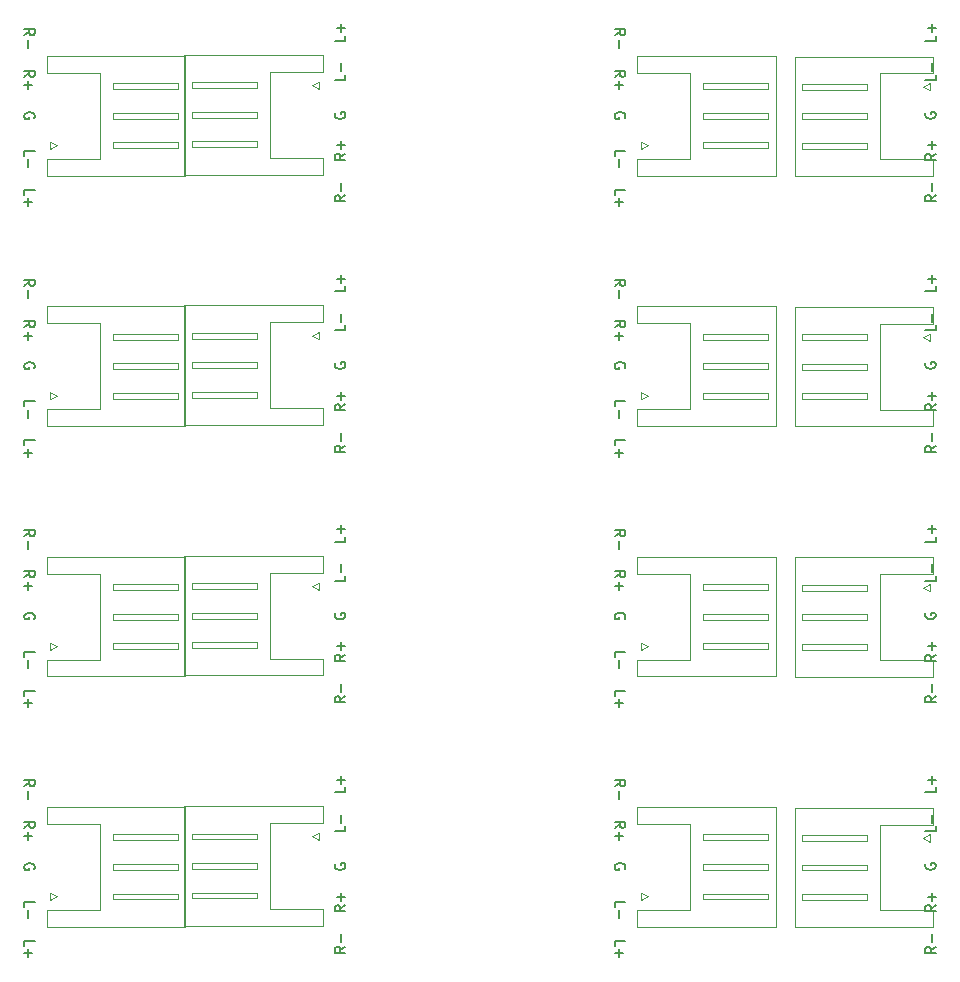
<source format=gto>
G04 #@! TF.GenerationSoftware,KiCad,Pcbnew,(5.1.0)-1*
G04 #@! TF.CreationDate,2019-06-08T19:04:15-04:00*
G04 #@! TF.ProjectId,input+output_panel,696e7075-742b-46f7-9574-7075745f7061,0.1*
G04 #@! TF.SameCoordinates,Original*
G04 #@! TF.FileFunction,Legend,Top*
G04 #@! TF.FilePolarity,Positive*
%FSLAX46Y46*%
G04 Gerber Fmt 4.6, Leading zero omitted, Abs format (unit mm)*
G04 Created by KiCad (PCBNEW (5.1.0)-1) date 2019-06-08 19:04:15*
%MOMM*%
%LPD*%
G04 APERTURE LIST*
%ADD10C,0.203200*%
%ADD11C,0.120000*%
G04 APERTURE END LIST*
D10*
X176054500Y-50086166D02*
X176012166Y-50170833D01*
X176012166Y-50297833D01*
X176054500Y-50424833D01*
X176139166Y-50509500D01*
X176223833Y-50551833D01*
X176393166Y-50594166D01*
X176520166Y-50594166D01*
X176689500Y-50551833D01*
X176774166Y-50509500D01*
X176858833Y-50424833D01*
X176901166Y-50297833D01*
X176901166Y-50213166D01*
X176858833Y-50086166D01*
X176816500Y-50043833D01*
X176520166Y-50043833D01*
X176520166Y-50213166D01*
X176901166Y-53594166D02*
X176477833Y-53890500D01*
X176901166Y-54102166D02*
X176012166Y-54102166D01*
X176012166Y-53763500D01*
X176054500Y-53678833D01*
X176096833Y-53636500D01*
X176181500Y-53594166D01*
X176308500Y-53594166D01*
X176393166Y-53636500D01*
X176435500Y-53678833D01*
X176477833Y-53763500D01*
X176477833Y-54102166D01*
X176562500Y-53213166D02*
X176562500Y-52535833D01*
X176901166Y-52874500D02*
X176223833Y-52874500D01*
X149696833Y-47043833D02*
X150120166Y-46747500D01*
X149696833Y-46535833D02*
X150585833Y-46535833D01*
X150585833Y-46874500D01*
X150543500Y-46959166D01*
X150501166Y-47001500D01*
X150416500Y-47043833D01*
X150289500Y-47043833D01*
X150204833Y-47001500D01*
X150162500Y-46959166D01*
X150120166Y-46874500D01*
X150120166Y-46535833D01*
X150035500Y-47424833D02*
X150035500Y-48102166D01*
X149696833Y-47763500D02*
X150374166Y-47763500D01*
X150543500Y-50551833D02*
X150585833Y-50467166D01*
X150585833Y-50340166D01*
X150543500Y-50213166D01*
X150458833Y-50128500D01*
X150374166Y-50086166D01*
X150204833Y-50043833D01*
X150077833Y-50043833D01*
X149908500Y-50086166D01*
X149823833Y-50128500D01*
X149739166Y-50213166D01*
X149696833Y-50340166D01*
X149696833Y-50424833D01*
X149739166Y-50551833D01*
X149781500Y-50594166D01*
X150077833Y-50594166D01*
X150077833Y-50424833D01*
X176901166Y-43594166D02*
X176901166Y-44017500D01*
X176012166Y-44017500D01*
X176562500Y-43297833D02*
X176562500Y-42620500D01*
X176901166Y-42959166D02*
X176223833Y-42959166D01*
X176901166Y-46894166D02*
X176901166Y-47317500D01*
X176012166Y-47317500D01*
X176562500Y-46597833D02*
X176562500Y-45920500D01*
X149696833Y-57043833D02*
X149696833Y-56620500D01*
X150585833Y-56620500D01*
X150035500Y-57340166D02*
X150035500Y-58017500D01*
X149696833Y-57678833D02*
X150374166Y-57678833D01*
X149696833Y-43543833D02*
X150120166Y-43247500D01*
X149696833Y-43035833D02*
X150585833Y-43035833D01*
X150585833Y-43374500D01*
X150543500Y-43459166D01*
X150501166Y-43501500D01*
X150416500Y-43543833D01*
X150289500Y-43543833D01*
X150204833Y-43501500D01*
X150162500Y-43459166D01*
X150120166Y-43374500D01*
X150120166Y-43035833D01*
X150035500Y-43924833D02*
X150035500Y-44602166D01*
X149696833Y-53743833D02*
X149696833Y-53320500D01*
X150585833Y-53320500D01*
X150035500Y-54040166D02*
X150035500Y-54717500D01*
X176901166Y-57094166D02*
X176477833Y-57390500D01*
X176901166Y-57602166D02*
X176012166Y-57602166D01*
X176012166Y-57263500D01*
X176054500Y-57178833D01*
X176096833Y-57136500D01*
X176181500Y-57094166D01*
X176308500Y-57094166D01*
X176393166Y-57136500D01*
X176435500Y-57178833D01*
X176477833Y-57263500D01*
X176477833Y-57602166D01*
X176562500Y-56713166D02*
X176562500Y-56035833D01*
X176901166Y-68094166D02*
X176901166Y-68517500D01*
X176012166Y-68517500D01*
X176562500Y-67797833D02*
X176562500Y-67120500D01*
X150543500Y-71751833D02*
X150585833Y-71667166D01*
X150585833Y-71540166D01*
X150543500Y-71413166D01*
X150458833Y-71328500D01*
X150374166Y-71286166D01*
X150204833Y-71243833D01*
X150077833Y-71243833D01*
X149908500Y-71286166D01*
X149823833Y-71328500D01*
X149739166Y-71413166D01*
X149696833Y-71540166D01*
X149696833Y-71624833D01*
X149739166Y-71751833D01*
X149781500Y-71794166D01*
X150077833Y-71794166D01*
X150077833Y-71624833D01*
X176901166Y-78294166D02*
X176477833Y-78590500D01*
X176901166Y-78802166D02*
X176012166Y-78802166D01*
X176012166Y-78463500D01*
X176054500Y-78378833D01*
X176096833Y-78336500D01*
X176181500Y-78294166D01*
X176308500Y-78294166D01*
X176393166Y-78336500D01*
X176435500Y-78378833D01*
X176477833Y-78463500D01*
X176477833Y-78802166D01*
X176562500Y-77913166D02*
X176562500Y-77235833D01*
X149696833Y-78243833D02*
X149696833Y-77820500D01*
X150585833Y-77820500D01*
X150035500Y-78540166D02*
X150035500Y-79217500D01*
X149696833Y-78878833D02*
X150374166Y-78878833D01*
X176901166Y-74794166D02*
X176477833Y-75090500D01*
X176901166Y-75302166D02*
X176012166Y-75302166D01*
X176012166Y-74963500D01*
X176054500Y-74878833D01*
X176096833Y-74836500D01*
X176181500Y-74794166D01*
X176308500Y-74794166D01*
X176393166Y-74836500D01*
X176435500Y-74878833D01*
X176477833Y-74963500D01*
X176477833Y-75302166D01*
X176562500Y-74413166D02*
X176562500Y-73735833D01*
X176901166Y-74074500D02*
X176223833Y-74074500D01*
X176054500Y-71286166D02*
X176012166Y-71370833D01*
X176012166Y-71497833D01*
X176054500Y-71624833D01*
X176139166Y-71709500D01*
X176223833Y-71751833D01*
X176393166Y-71794166D01*
X176520166Y-71794166D01*
X176689500Y-71751833D01*
X176774166Y-71709500D01*
X176858833Y-71624833D01*
X176901166Y-71497833D01*
X176901166Y-71413166D01*
X176858833Y-71286166D01*
X176816500Y-71243833D01*
X176520166Y-71243833D01*
X176520166Y-71413166D01*
X149696833Y-74943833D02*
X149696833Y-74520500D01*
X150585833Y-74520500D01*
X150035500Y-75240166D02*
X150035500Y-75917500D01*
X176901166Y-64794166D02*
X176901166Y-65217500D01*
X176012166Y-65217500D01*
X176562500Y-64497833D02*
X176562500Y-63820500D01*
X176901166Y-64159166D02*
X176223833Y-64159166D01*
X149696833Y-64743833D02*
X150120166Y-64447500D01*
X149696833Y-64235833D02*
X150585833Y-64235833D01*
X150585833Y-64574500D01*
X150543500Y-64659166D01*
X150501166Y-64701500D01*
X150416500Y-64743833D01*
X150289500Y-64743833D01*
X150204833Y-64701500D01*
X150162500Y-64659166D01*
X150120166Y-64574500D01*
X150120166Y-64235833D01*
X150035500Y-65124833D02*
X150035500Y-65802166D01*
X149696833Y-68243833D02*
X150120166Y-67947500D01*
X149696833Y-67735833D02*
X150585833Y-67735833D01*
X150585833Y-68074500D01*
X150543500Y-68159166D01*
X150501166Y-68201500D01*
X150416500Y-68243833D01*
X150289500Y-68243833D01*
X150204833Y-68201500D01*
X150162500Y-68159166D01*
X150120166Y-68074500D01*
X150120166Y-67735833D01*
X150035500Y-68624833D02*
X150035500Y-69302166D01*
X149696833Y-68963500D02*
X150374166Y-68963500D01*
X176901166Y-99494166D02*
X176477833Y-99790500D01*
X176901166Y-100002166D02*
X176012166Y-100002166D01*
X176012166Y-99663500D01*
X176054500Y-99578833D01*
X176096833Y-99536500D01*
X176181500Y-99494166D01*
X176308500Y-99494166D01*
X176393166Y-99536500D01*
X176435500Y-99578833D01*
X176477833Y-99663500D01*
X176477833Y-100002166D01*
X176562500Y-99113166D02*
X176562500Y-98435833D01*
X176901166Y-95994166D02*
X176477833Y-96290500D01*
X176901166Y-96502166D02*
X176012166Y-96502166D01*
X176012166Y-96163500D01*
X176054500Y-96078833D01*
X176096833Y-96036500D01*
X176181500Y-95994166D01*
X176308500Y-95994166D01*
X176393166Y-96036500D01*
X176435500Y-96078833D01*
X176477833Y-96163500D01*
X176477833Y-96502166D01*
X176562500Y-95613166D02*
X176562500Y-94935833D01*
X176901166Y-95274500D02*
X176223833Y-95274500D01*
X176901166Y-89294166D02*
X176901166Y-89717500D01*
X176012166Y-89717500D01*
X176562500Y-88997833D02*
X176562500Y-88320500D01*
X176054500Y-92486166D02*
X176012166Y-92570833D01*
X176012166Y-92697833D01*
X176054500Y-92824833D01*
X176139166Y-92909500D01*
X176223833Y-92951833D01*
X176393166Y-92994166D01*
X176520166Y-92994166D01*
X176689500Y-92951833D01*
X176774166Y-92909500D01*
X176858833Y-92824833D01*
X176901166Y-92697833D01*
X176901166Y-92613166D01*
X176858833Y-92486166D01*
X176816500Y-92443833D01*
X176520166Y-92443833D01*
X176520166Y-92613166D01*
X176901166Y-85994166D02*
X176901166Y-86417500D01*
X176012166Y-86417500D01*
X176562500Y-85697833D02*
X176562500Y-85020500D01*
X176901166Y-85359166D02*
X176223833Y-85359166D01*
X149696833Y-85943833D02*
X150120166Y-85647500D01*
X149696833Y-85435833D02*
X150585833Y-85435833D01*
X150585833Y-85774500D01*
X150543500Y-85859166D01*
X150501166Y-85901500D01*
X150416500Y-85943833D01*
X150289500Y-85943833D01*
X150204833Y-85901500D01*
X150162500Y-85859166D01*
X150120166Y-85774500D01*
X150120166Y-85435833D01*
X150035500Y-86324833D02*
X150035500Y-87002166D01*
X149696833Y-89443833D02*
X150120166Y-89147500D01*
X149696833Y-88935833D02*
X150585833Y-88935833D01*
X150585833Y-89274500D01*
X150543500Y-89359166D01*
X150501166Y-89401500D01*
X150416500Y-89443833D01*
X150289500Y-89443833D01*
X150204833Y-89401500D01*
X150162500Y-89359166D01*
X150120166Y-89274500D01*
X150120166Y-88935833D01*
X150035500Y-89824833D02*
X150035500Y-90502166D01*
X149696833Y-90163500D02*
X150374166Y-90163500D01*
X149696833Y-96143833D02*
X149696833Y-95720500D01*
X150585833Y-95720500D01*
X150035500Y-96440166D02*
X150035500Y-97117500D01*
X150543500Y-92951833D02*
X150585833Y-92867166D01*
X150585833Y-92740166D01*
X150543500Y-92613166D01*
X150458833Y-92528500D01*
X150374166Y-92486166D01*
X150204833Y-92443833D01*
X150077833Y-92443833D01*
X149908500Y-92486166D01*
X149823833Y-92528500D01*
X149739166Y-92613166D01*
X149696833Y-92740166D01*
X149696833Y-92824833D01*
X149739166Y-92951833D01*
X149781500Y-92994166D01*
X150077833Y-92994166D01*
X150077833Y-92824833D01*
X149696833Y-99443833D02*
X149696833Y-99020500D01*
X150585833Y-99020500D01*
X150035500Y-99740166D02*
X150035500Y-100417500D01*
X149696833Y-100078833D02*
X150374166Y-100078833D01*
X176901166Y-120694166D02*
X176477833Y-120990500D01*
X176901166Y-121202166D02*
X176012166Y-121202166D01*
X176012166Y-120863500D01*
X176054500Y-120778833D01*
X176096833Y-120736500D01*
X176181500Y-120694166D01*
X176308500Y-120694166D01*
X176393166Y-120736500D01*
X176435500Y-120778833D01*
X176477833Y-120863500D01*
X176477833Y-121202166D01*
X176562500Y-120313166D02*
X176562500Y-119635833D01*
X176901166Y-117194166D02*
X176477833Y-117490500D01*
X176901166Y-117702166D02*
X176012166Y-117702166D01*
X176012166Y-117363500D01*
X176054500Y-117278833D01*
X176096833Y-117236500D01*
X176181500Y-117194166D01*
X176308500Y-117194166D01*
X176393166Y-117236500D01*
X176435500Y-117278833D01*
X176477833Y-117363500D01*
X176477833Y-117702166D01*
X176562500Y-116813166D02*
X176562500Y-116135833D01*
X176901166Y-116474500D02*
X176223833Y-116474500D01*
X176901166Y-110494166D02*
X176901166Y-110917500D01*
X176012166Y-110917500D01*
X176562500Y-110197833D02*
X176562500Y-109520500D01*
X176054500Y-113686166D02*
X176012166Y-113770833D01*
X176012166Y-113897833D01*
X176054500Y-114024833D01*
X176139166Y-114109500D01*
X176223833Y-114151833D01*
X176393166Y-114194166D01*
X176520166Y-114194166D01*
X176689500Y-114151833D01*
X176774166Y-114109500D01*
X176858833Y-114024833D01*
X176901166Y-113897833D01*
X176901166Y-113813166D01*
X176858833Y-113686166D01*
X176816500Y-113643833D01*
X176520166Y-113643833D01*
X176520166Y-113813166D01*
X176901166Y-107194166D02*
X176901166Y-107617500D01*
X176012166Y-107617500D01*
X176562500Y-106897833D02*
X176562500Y-106220500D01*
X176901166Y-106559166D02*
X176223833Y-106559166D01*
X99696833Y-57043833D02*
X99696833Y-56620500D01*
X100585833Y-56620500D01*
X100035500Y-57340166D02*
X100035500Y-58017500D01*
X99696833Y-57678833D02*
X100374166Y-57678833D01*
X100543500Y-50551833D02*
X100585833Y-50467166D01*
X100585833Y-50340166D01*
X100543500Y-50213166D01*
X100458833Y-50128500D01*
X100374166Y-50086166D01*
X100204833Y-50043833D01*
X100077833Y-50043833D01*
X99908500Y-50086166D01*
X99823833Y-50128500D01*
X99739166Y-50213166D01*
X99696833Y-50340166D01*
X99696833Y-50424833D01*
X99739166Y-50551833D01*
X99781500Y-50594166D01*
X100077833Y-50594166D01*
X100077833Y-50424833D01*
X99696833Y-53743833D02*
X99696833Y-53320500D01*
X100585833Y-53320500D01*
X100035500Y-54040166D02*
X100035500Y-54717500D01*
X126901166Y-43594166D02*
X126901166Y-44017500D01*
X126012166Y-44017500D01*
X126562500Y-43297833D02*
X126562500Y-42620500D01*
X126901166Y-42959166D02*
X126223833Y-42959166D01*
X126054500Y-50086166D02*
X126012166Y-50170833D01*
X126012166Y-50297833D01*
X126054500Y-50424833D01*
X126139166Y-50509500D01*
X126223833Y-50551833D01*
X126393166Y-50594166D01*
X126520166Y-50594166D01*
X126689500Y-50551833D01*
X126774166Y-50509500D01*
X126858833Y-50424833D01*
X126901166Y-50297833D01*
X126901166Y-50213166D01*
X126858833Y-50086166D01*
X126816500Y-50043833D01*
X126520166Y-50043833D01*
X126520166Y-50213166D01*
X99696833Y-47043833D02*
X100120166Y-46747500D01*
X99696833Y-46535833D02*
X100585833Y-46535833D01*
X100585833Y-46874500D01*
X100543500Y-46959166D01*
X100501166Y-47001500D01*
X100416500Y-47043833D01*
X100289500Y-47043833D01*
X100204833Y-47001500D01*
X100162500Y-46959166D01*
X100120166Y-46874500D01*
X100120166Y-46535833D01*
X100035500Y-47424833D02*
X100035500Y-48102166D01*
X99696833Y-47763500D02*
X100374166Y-47763500D01*
X126901166Y-57094166D02*
X126477833Y-57390500D01*
X126901166Y-57602166D02*
X126012166Y-57602166D01*
X126012166Y-57263500D01*
X126054500Y-57178833D01*
X126096833Y-57136500D01*
X126181500Y-57094166D01*
X126308500Y-57094166D01*
X126393166Y-57136500D01*
X126435500Y-57178833D01*
X126477833Y-57263500D01*
X126477833Y-57602166D01*
X126562500Y-56713166D02*
X126562500Y-56035833D01*
X99696833Y-43543833D02*
X100120166Y-43247500D01*
X99696833Y-43035833D02*
X100585833Y-43035833D01*
X100585833Y-43374500D01*
X100543500Y-43459166D01*
X100501166Y-43501500D01*
X100416500Y-43543833D01*
X100289500Y-43543833D01*
X100204833Y-43501500D01*
X100162500Y-43459166D01*
X100120166Y-43374500D01*
X100120166Y-43035833D01*
X100035500Y-43924833D02*
X100035500Y-44602166D01*
X126901166Y-46894166D02*
X126901166Y-47317500D01*
X126012166Y-47317500D01*
X126562500Y-46597833D02*
X126562500Y-45920500D01*
X126901166Y-53594166D02*
X126477833Y-53890500D01*
X126901166Y-54102166D02*
X126012166Y-54102166D01*
X126012166Y-53763500D01*
X126054500Y-53678833D01*
X126096833Y-53636500D01*
X126181500Y-53594166D01*
X126308500Y-53594166D01*
X126393166Y-53636500D01*
X126435500Y-53678833D01*
X126477833Y-53763500D01*
X126477833Y-54102166D01*
X126562500Y-53213166D02*
X126562500Y-52535833D01*
X126901166Y-52874500D02*
X126223833Y-52874500D01*
X99696833Y-74943833D02*
X99696833Y-74520500D01*
X100585833Y-74520500D01*
X100035500Y-75240166D02*
X100035500Y-75917500D01*
X99696833Y-64743833D02*
X100120166Y-64447500D01*
X99696833Y-64235833D02*
X100585833Y-64235833D01*
X100585833Y-64574500D01*
X100543500Y-64659166D01*
X100501166Y-64701500D01*
X100416500Y-64743833D01*
X100289500Y-64743833D01*
X100204833Y-64701500D01*
X100162500Y-64659166D01*
X100120166Y-64574500D01*
X100120166Y-64235833D01*
X100035500Y-65124833D02*
X100035500Y-65802166D01*
X100543500Y-71751833D02*
X100585833Y-71667166D01*
X100585833Y-71540166D01*
X100543500Y-71413166D01*
X100458833Y-71328500D01*
X100374166Y-71286166D01*
X100204833Y-71243833D01*
X100077833Y-71243833D01*
X99908500Y-71286166D01*
X99823833Y-71328500D01*
X99739166Y-71413166D01*
X99696833Y-71540166D01*
X99696833Y-71624833D01*
X99739166Y-71751833D01*
X99781500Y-71794166D01*
X100077833Y-71794166D01*
X100077833Y-71624833D01*
X126901166Y-64794166D02*
X126901166Y-65217500D01*
X126012166Y-65217500D01*
X126562500Y-64497833D02*
X126562500Y-63820500D01*
X126901166Y-64159166D02*
X126223833Y-64159166D01*
X126901166Y-78294166D02*
X126477833Y-78590500D01*
X126901166Y-78802166D02*
X126012166Y-78802166D01*
X126012166Y-78463500D01*
X126054500Y-78378833D01*
X126096833Y-78336500D01*
X126181500Y-78294166D01*
X126308500Y-78294166D01*
X126393166Y-78336500D01*
X126435500Y-78378833D01*
X126477833Y-78463500D01*
X126477833Y-78802166D01*
X126562500Y-77913166D02*
X126562500Y-77235833D01*
X99696833Y-68243833D02*
X100120166Y-67947500D01*
X99696833Y-67735833D02*
X100585833Y-67735833D01*
X100585833Y-68074500D01*
X100543500Y-68159166D01*
X100501166Y-68201500D01*
X100416500Y-68243833D01*
X100289500Y-68243833D01*
X100204833Y-68201500D01*
X100162500Y-68159166D01*
X100120166Y-68074500D01*
X100120166Y-67735833D01*
X100035500Y-68624833D02*
X100035500Y-69302166D01*
X99696833Y-68963500D02*
X100374166Y-68963500D01*
X126901166Y-74794166D02*
X126477833Y-75090500D01*
X126901166Y-75302166D02*
X126012166Y-75302166D01*
X126012166Y-74963500D01*
X126054500Y-74878833D01*
X126096833Y-74836500D01*
X126181500Y-74794166D01*
X126308500Y-74794166D01*
X126393166Y-74836500D01*
X126435500Y-74878833D01*
X126477833Y-74963500D01*
X126477833Y-75302166D01*
X126562500Y-74413166D02*
X126562500Y-73735833D01*
X126901166Y-74074500D02*
X126223833Y-74074500D01*
X99696833Y-78243833D02*
X99696833Y-77820500D01*
X100585833Y-77820500D01*
X100035500Y-78540166D02*
X100035500Y-79217500D01*
X99696833Y-78878833D02*
X100374166Y-78878833D01*
X126901166Y-68094166D02*
X126901166Y-68517500D01*
X126012166Y-68517500D01*
X126562500Y-67797833D02*
X126562500Y-67120500D01*
X126054500Y-71286166D02*
X126012166Y-71370833D01*
X126012166Y-71497833D01*
X126054500Y-71624833D01*
X126139166Y-71709500D01*
X126223833Y-71751833D01*
X126393166Y-71794166D01*
X126520166Y-71794166D01*
X126689500Y-71751833D01*
X126774166Y-71709500D01*
X126858833Y-71624833D01*
X126901166Y-71497833D01*
X126901166Y-71413166D01*
X126858833Y-71286166D01*
X126816500Y-71243833D01*
X126520166Y-71243833D01*
X126520166Y-71413166D01*
X99696833Y-99443833D02*
X99696833Y-99020500D01*
X100585833Y-99020500D01*
X100035500Y-99740166D02*
X100035500Y-100417500D01*
X99696833Y-100078833D02*
X100374166Y-100078833D01*
X99696833Y-85943833D02*
X100120166Y-85647500D01*
X99696833Y-85435833D02*
X100585833Y-85435833D01*
X100585833Y-85774500D01*
X100543500Y-85859166D01*
X100501166Y-85901500D01*
X100416500Y-85943833D01*
X100289500Y-85943833D01*
X100204833Y-85901500D01*
X100162500Y-85859166D01*
X100120166Y-85774500D01*
X100120166Y-85435833D01*
X100035500Y-86324833D02*
X100035500Y-87002166D01*
X99696833Y-89443833D02*
X100120166Y-89147500D01*
X99696833Y-88935833D02*
X100585833Y-88935833D01*
X100585833Y-89274500D01*
X100543500Y-89359166D01*
X100501166Y-89401500D01*
X100416500Y-89443833D01*
X100289500Y-89443833D01*
X100204833Y-89401500D01*
X100162500Y-89359166D01*
X100120166Y-89274500D01*
X100120166Y-88935833D01*
X100035500Y-89824833D02*
X100035500Y-90502166D01*
X99696833Y-90163500D02*
X100374166Y-90163500D01*
X100543500Y-92951833D02*
X100585833Y-92867166D01*
X100585833Y-92740166D01*
X100543500Y-92613166D01*
X100458833Y-92528500D01*
X100374166Y-92486166D01*
X100204833Y-92443833D01*
X100077833Y-92443833D01*
X99908500Y-92486166D01*
X99823833Y-92528500D01*
X99739166Y-92613166D01*
X99696833Y-92740166D01*
X99696833Y-92824833D01*
X99739166Y-92951833D01*
X99781500Y-92994166D01*
X100077833Y-92994166D01*
X100077833Y-92824833D01*
X99696833Y-96143833D02*
X99696833Y-95720500D01*
X100585833Y-95720500D01*
X100035500Y-96440166D02*
X100035500Y-97117500D01*
X126901166Y-99494166D02*
X126477833Y-99790500D01*
X126901166Y-100002166D02*
X126012166Y-100002166D01*
X126012166Y-99663500D01*
X126054500Y-99578833D01*
X126096833Y-99536500D01*
X126181500Y-99494166D01*
X126308500Y-99494166D01*
X126393166Y-99536500D01*
X126435500Y-99578833D01*
X126477833Y-99663500D01*
X126477833Y-100002166D01*
X126562500Y-99113166D02*
X126562500Y-98435833D01*
X126901166Y-89294166D02*
X126901166Y-89717500D01*
X126012166Y-89717500D01*
X126562500Y-88997833D02*
X126562500Y-88320500D01*
X126901166Y-85994166D02*
X126901166Y-86417500D01*
X126012166Y-86417500D01*
X126562500Y-85697833D02*
X126562500Y-85020500D01*
X126901166Y-85359166D02*
X126223833Y-85359166D01*
X126901166Y-95994166D02*
X126477833Y-96290500D01*
X126901166Y-96502166D02*
X126012166Y-96502166D01*
X126012166Y-96163500D01*
X126054500Y-96078833D01*
X126096833Y-96036500D01*
X126181500Y-95994166D01*
X126308500Y-95994166D01*
X126393166Y-96036500D01*
X126435500Y-96078833D01*
X126477833Y-96163500D01*
X126477833Y-96502166D01*
X126562500Y-95613166D02*
X126562500Y-94935833D01*
X126901166Y-95274500D02*
X126223833Y-95274500D01*
X126054500Y-92486166D02*
X126012166Y-92570833D01*
X126012166Y-92697833D01*
X126054500Y-92824833D01*
X126139166Y-92909500D01*
X126223833Y-92951833D01*
X126393166Y-92994166D01*
X126520166Y-92994166D01*
X126689500Y-92951833D01*
X126774166Y-92909500D01*
X126858833Y-92824833D01*
X126901166Y-92697833D01*
X126901166Y-92613166D01*
X126858833Y-92486166D01*
X126816500Y-92443833D01*
X126520166Y-92443833D01*
X126520166Y-92613166D01*
X126901166Y-107194166D02*
X126901166Y-107617500D01*
X126012166Y-107617500D01*
X126562500Y-106897833D02*
X126562500Y-106220500D01*
X126901166Y-106559166D02*
X126223833Y-106559166D01*
X126901166Y-120694166D02*
X126477833Y-120990500D01*
X126901166Y-121202166D02*
X126012166Y-121202166D01*
X126012166Y-120863500D01*
X126054500Y-120778833D01*
X126096833Y-120736500D01*
X126181500Y-120694166D01*
X126308500Y-120694166D01*
X126393166Y-120736500D01*
X126435500Y-120778833D01*
X126477833Y-120863500D01*
X126477833Y-121202166D01*
X126562500Y-120313166D02*
X126562500Y-119635833D01*
X126901166Y-117194166D02*
X126477833Y-117490500D01*
X126901166Y-117702166D02*
X126012166Y-117702166D01*
X126012166Y-117363500D01*
X126054500Y-117278833D01*
X126096833Y-117236500D01*
X126181500Y-117194166D01*
X126308500Y-117194166D01*
X126393166Y-117236500D01*
X126435500Y-117278833D01*
X126477833Y-117363500D01*
X126477833Y-117702166D01*
X126562500Y-116813166D02*
X126562500Y-116135833D01*
X126901166Y-116474500D02*
X126223833Y-116474500D01*
X126054500Y-113686166D02*
X126012166Y-113770833D01*
X126012166Y-113897833D01*
X126054500Y-114024833D01*
X126139166Y-114109500D01*
X126223833Y-114151833D01*
X126393166Y-114194166D01*
X126520166Y-114194166D01*
X126689500Y-114151833D01*
X126774166Y-114109500D01*
X126858833Y-114024833D01*
X126901166Y-113897833D01*
X126901166Y-113813166D01*
X126858833Y-113686166D01*
X126816500Y-113643833D01*
X126520166Y-113643833D01*
X126520166Y-113813166D01*
X126901166Y-110494166D02*
X126901166Y-110917500D01*
X126012166Y-110917500D01*
X126562500Y-110197833D02*
X126562500Y-109520500D01*
X99696833Y-120643833D02*
X99696833Y-120220500D01*
X100585833Y-120220500D01*
X100035500Y-120940166D02*
X100035500Y-121617500D01*
X99696833Y-121278833D02*
X100374166Y-121278833D01*
X99696833Y-117343833D02*
X99696833Y-116920500D01*
X100585833Y-116920500D01*
X100035500Y-117640166D02*
X100035500Y-118317500D01*
X100543500Y-114151833D02*
X100585833Y-114067166D01*
X100585833Y-113940166D01*
X100543500Y-113813166D01*
X100458833Y-113728500D01*
X100374166Y-113686166D01*
X100204833Y-113643833D01*
X100077833Y-113643833D01*
X99908500Y-113686166D01*
X99823833Y-113728500D01*
X99739166Y-113813166D01*
X99696833Y-113940166D01*
X99696833Y-114024833D01*
X99739166Y-114151833D01*
X99781500Y-114194166D01*
X100077833Y-114194166D01*
X100077833Y-114024833D01*
X99696833Y-110643833D02*
X100120166Y-110347500D01*
X99696833Y-110135833D02*
X100585833Y-110135833D01*
X100585833Y-110474500D01*
X100543500Y-110559166D01*
X100501166Y-110601500D01*
X100416500Y-110643833D01*
X100289500Y-110643833D01*
X100204833Y-110601500D01*
X100162500Y-110559166D01*
X100120166Y-110474500D01*
X100120166Y-110135833D01*
X100035500Y-111024833D02*
X100035500Y-111702166D01*
X99696833Y-111363500D02*
X100374166Y-111363500D01*
X99696833Y-107143833D02*
X100120166Y-106847500D01*
X99696833Y-106635833D02*
X100585833Y-106635833D01*
X100585833Y-106974500D01*
X100543500Y-107059166D01*
X100501166Y-107101500D01*
X100416500Y-107143833D01*
X100289500Y-107143833D01*
X100204833Y-107101500D01*
X100162500Y-107059166D01*
X100120166Y-106974500D01*
X100120166Y-106635833D01*
X100035500Y-107524833D02*
X100035500Y-108202166D01*
X149696833Y-120643833D02*
X149696833Y-120220500D01*
X150585833Y-120220500D01*
X150035500Y-120940166D02*
X150035500Y-121617500D01*
X149696833Y-121278833D02*
X150374166Y-121278833D01*
X149696833Y-117343833D02*
X149696833Y-116920500D01*
X150585833Y-116920500D01*
X150035500Y-117640166D02*
X150035500Y-118317500D01*
X150543500Y-114151833D02*
X150585833Y-114067166D01*
X150585833Y-113940166D01*
X150543500Y-113813166D01*
X150458833Y-113728500D01*
X150374166Y-113686166D01*
X150204833Y-113643833D01*
X150077833Y-113643833D01*
X149908500Y-113686166D01*
X149823833Y-113728500D01*
X149739166Y-113813166D01*
X149696833Y-113940166D01*
X149696833Y-114024833D01*
X149739166Y-114151833D01*
X149781500Y-114194166D01*
X150077833Y-114194166D01*
X150077833Y-114024833D01*
X149696833Y-110643833D02*
X150120166Y-110347500D01*
X149696833Y-110135833D02*
X150585833Y-110135833D01*
X150585833Y-110474500D01*
X150543500Y-110559166D01*
X150501166Y-110601500D01*
X150416500Y-110643833D01*
X150289500Y-110643833D01*
X150204833Y-110601500D01*
X150162500Y-110559166D01*
X150120166Y-110474500D01*
X150120166Y-110135833D01*
X150035500Y-111024833D02*
X150035500Y-111702166D01*
X149696833Y-111363500D02*
X150374166Y-111363500D01*
X149696833Y-107143833D02*
X150120166Y-106847500D01*
X149696833Y-106635833D02*
X150585833Y-106635833D01*
X150585833Y-106974500D01*
X150543500Y-107059166D01*
X150501166Y-107101500D01*
X150416500Y-107143833D01*
X150289500Y-107143833D01*
X150204833Y-107101500D01*
X150162500Y-107059166D01*
X150120166Y-106974500D01*
X150120166Y-106635833D01*
X150035500Y-107524833D02*
X150035500Y-108202166D01*
D11*
X164972000Y-50406000D02*
X164972000Y-45346000D01*
X164972000Y-45346000D02*
X176692000Y-45346000D01*
X176692000Y-45346000D02*
X176692000Y-46766000D01*
X176692000Y-46766000D02*
X172192000Y-46766000D01*
X172192000Y-46766000D02*
X172192000Y-50406000D01*
X164972000Y-50406000D02*
X164972000Y-55466000D01*
X164972000Y-55466000D02*
X176692000Y-55466000D01*
X176692000Y-55466000D02*
X176692000Y-54046000D01*
X176692000Y-54046000D02*
X172192000Y-54046000D01*
X172192000Y-54046000D02*
X172192000Y-50406000D01*
X171082000Y-47656000D02*
X165582000Y-47656000D01*
X165582000Y-47656000D02*
X165582000Y-48156000D01*
X165582000Y-48156000D02*
X171082000Y-48156000D01*
X171082000Y-48156000D02*
X171082000Y-47656000D01*
X171082000Y-50156000D02*
X165582000Y-50156000D01*
X165582000Y-50156000D02*
X165582000Y-50656000D01*
X165582000Y-50656000D02*
X171082000Y-50656000D01*
X171082000Y-50656000D02*
X171082000Y-50156000D01*
X171082000Y-52656000D02*
X165582000Y-52656000D01*
X165582000Y-52656000D02*
X165582000Y-53156000D01*
X165582000Y-53156000D02*
X171082000Y-53156000D01*
X171082000Y-53156000D02*
X171082000Y-52656000D01*
X175782000Y-47906000D02*
X176382000Y-47606000D01*
X176382000Y-47606000D02*
X176382000Y-48206000D01*
X176382000Y-48206000D02*
X175782000Y-47906000D01*
X151913000Y-52559000D02*
X152513000Y-52859000D01*
X151913000Y-53159000D02*
X151913000Y-52559000D01*
X152513000Y-52859000D02*
X151913000Y-53159000D01*
X157213000Y-47609000D02*
X157213000Y-48109000D01*
X162713000Y-47609000D02*
X157213000Y-47609000D01*
X162713000Y-48109000D02*
X162713000Y-47609000D01*
X157213000Y-48109000D02*
X162713000Y-48109000D01*
X157213000Y-50109000D02*
X157213000Y-50609000D01*
X162713000Y-50109000D02*
X157213000Y-50109000D01*
X162713000Y-50609000D02*
X162713000Y-50109000D01*
X157213000Y-50609000D02*
X162713000Y-50609000D01*
X157213000Y-52609000D02*
X157213000Y-53109000D01*
X162713000Y-52609000D02*
X157213000Y-52609000D01*
X162713000Y-53109000D02*
X162713000Y-52609000D01*
X157213000Y-53109000D02*
X162713000Y-53109000D01*
X156103000Y-46719000D02*
X156103000Y-50359000D01*
X151603000Y-46719000D02*
X156103000Y-46719000D01*
X151603000Y-45299000D02*
X151603000Y-46719000D01*
X163323000Y-45299000D02*
X151603000Y-45299000D01*
X163323000Y-50359000D02*
X163323000Y-45299000D01*
X156103000Y-53999000D02*
X156103000Y-50359000D01*
X151603000Y-53999000D02*
X156103000Y-53999000D01*
X151603000Y-55419000D02*
X151603000Y-53999000D01*
X163323000Y-55419000D02*
X151603000Y-55419000D01*
X163323000Y-50359000D02*
X163323000Y-55419000D01*
X176382000Y-69406000D02*
X175782000Y-69106000D01*
X176382000Y-68806000D02*
X176382000Y-69406000D01*
X175782000Y-69106000D02*
X176382000Y-68806000D01*
X171082000Y-74356000D02*
X171082000Y-73856000D01*
X165582000Y-74356000D02*
X171082000Y-74356000D01*
X165582000Y-73856000D02*
X165582000Y-74356000D01*
X171082000Y-73856000D02*
X165582000Y-73856000D01*
X171082000Y-71856000D02*
X171082000Y-71356000D01*
X165582000Y-71856000D02*
X171082000Y-71856000D01*
X165582000Y-71356000D02*
X165582000Y-71856000D01*
X171082000Y-71356000D02*
X165582000Y-71356000D01*
X171082000Y-69356000D02*
X171082000Y-68856000D01*
X165582000Y-69356000D02*
X171082000Y-69356000D01*
X165582000Y-68856000D02*
X165582000Y-69356000D01*
X171082000Y-68856000D02*
X165582000Y-68856000D01*
X172192000Y-75246000D02*
X172192000Y-71606000D01*
X176692000Y-75246000D02*
X172192000Y-75246000D01*
X176692000Y-76666000D02*
X176692000Y-75246000D01*
X164972000Y-76666000D02*
X176692000Y-76666000D01*
X164972000Y-71606000D02*
X164972000Y-76666000D01*
X172192000Y-67966000D02*
X172192000Y-71606000D01*
X176692000Y-67966000D02*
X172192000Y-67966000D01*
X176692000Y-66546000D02*
X176692000Y-67966000D01*
X164972000Y-66546000D02*
X176692000Y-66546000D01*
X164972000Y-71606000D02*
X164972000Y-66546000D01*
X163323000Y-71559000D02*
X163323000Y-76619000D01*
X163323000Y-76619000D02*
X151603000Y-76619000D01*
X151603000Y-76619000D02*
X151603000Y-75199000D01*
X151603000Y-75199000D02*
X156103000Y-75199000D01*
X156103000Y-75199000D02*
X156103000Y-71559000D01*
X163323000Y-71559000D02*
X163323000Y-66499000D01*
X163323000Y-66499000D02*
X151603000Y-66499000D01*
X151603000Y-66499000D02*
X151603000Y-67919000D01*
X151603000Y-67919000D02*
X156103000Y-67919000D01*
X156103000Y-67919000D02*
X156103000Y-71559000D01*
X157213000Y-74309000D02*
X162713000Y-74309000D01*
X162713000Y-74309000D02*
X162713000Y-73809000D01*
X162713000Y-73809000D02*
X157213000Y-73809000D01*
X157213000Y-73809000D02*
X157213000Y-74309000D01*
X157213000Y-71809000D02*
X162713000Y-71809000D01*
X162713000Y-71809000D02*
X162713000Y-71309000D01*
X162713000Y-71309000D02*
X157213000Y-71309000D01*
X157213000Y-71309000D02*
X157213000Y-71809000D01*
X157213000Y-69309000D02*
X162713000Y-69309000D01*
X162713000Y-69309000D02*
X162713000Y-68809000D01*
X162713000Y-68809000D02*
X157213000Y-68809000D01*
X157213000Y-68809000D02*
X157213000Y-69309000D01*
X152513000Y-74059000D02*
X151913000Y-74359000D01*
X151913000Y-74359000D02*
X151913000Y-73759000D01*
X151913000Y-73759000D02*
X152513000Y-74059000D01*
X164972000Y-92806000D02*
X164972000Y-87746000D01*
X164972000Y-87746000D02*
X176692000Y-87746000D01*
X176692000Y-87746000D02*
X176692000Y-89166000D01*
X176692000Y-89166000D02*
X172192000Y-89166000D01*
X172192000Y-89166000D02*
X172192000Y-92806000D01*
X164972000Y-92806000D02*
X164972000Y-97866000D01*
X164972000Y-97866000D02*
X176692000Y-97866000D01*
X176692000Y-97866000D02*
X176692000Y-96446000D01*
X176692000Y-96446000D02*
X172192000Y-96446000D01*
X172192000Y-96446000D02*
X172192000Y-92806000D01*
X171082000Y-90056000D02*
X165582000Y-90056000D01*
X165582000Y-90056000D02*
X165582000Y-90556000D01*
X165582000Y-90556000D02*
X171082000Y-90556000D01*
X171082000Y-90556000D02*
X171082000Y-90056000D01*
X171082000Y-92556000D02*
X165582000Y-92556000D01*
X165582000Y-92556000D02*
X165582000Y-93056000D01*
X165582000Y-93056000D02*
X171082000Y-93056000D01*
X171082000Y-93056000D02*
X171082000Y-92556000D01*
X171082000Y-95056000D02*
X165582000Y-95056000D01*
X165582000Y-95056000D02*
X165582000Y-95556000D01*
X165582000Y-95556000D02*
X171082000Y-95556000D01*
X171082000Y-95556000D02*
X171082000Y-95056000D01*
X175782000Y-90306000D02*
X176382000Y-90006000D01*
X176382000Y-90006000D02*
X176382000Y-90606000D01*
X176382000Y-90606000D02*
X175782000Y-90306000D01*
X151913000Y-94959000D02*
X152513000Y-95259000D01*
X151913000Y-95559000D02*
X151913000Y-94959000D01*
X152513000Y-95259000D02*
X151913000Y-95559000D01*
X157213000Y-90009000D02*
X157213000Y-90509000D01*
X162713000Y-90009000D02*
X157213000Y-90009000D01*
X162713000Y-90509000D02*
X162713000Y-90009000D01*
X157213000Y-90509000D02*
X162713000Y-90509000D01*
X157213000Y-92509000D02*
X157213000Y-93009000D01*
X162713000Y-92509000D02*
X157213000Y-92509000D01*
X162713000Y-93009000D02*
X162713000Y-92509000D01*
X157213000Y-93009000D02*
X162713000Y-93009000D01*
X157213000Y-95009000D02*
X157213000Y-95509000D01*
X162713000Y-95009000D02*
X157213000Y-95009000D01*
X162713000Y-95509000D02*
X162713000Y-95009000D01*
X157213000Y-95509000D02*
X162713000Y-95509000D01*
X156103000Y-89119000D02*
X156103000Y-92759000D01*
X151603000Y-89119000D02*
X156103000Y-89119000D01*
X151603000Y-87699000D02*
X151603000Y-89119000D01*
X163323000Y-87699000D02*
X151603000Y-87699000D01*
X163323000Y-92759000D02*
X163323000Y-87699000D01*
X156103000Y-96399000D02*
X156103000Y-92759000D01*
X151603000Y-96399000D02*
X156103000Y-96399000D01*
X151603000Y-97819000D02*
X151603000Y-96399000D01*
X163323000Y-97819000D02*
X151603000Y-97819000D01*
X163323000Y-92759000D02*
X163323000Y-97819000D01*
X176382000Y-111806000D02*
X175782000Y-111506000D01*
X176382000Y-111206000D02*
X176382000Y-111806000D01*
X175782000Y-111506000D02*
X176382000Y-111206000D01*
X171082000Y-116756000D02*
X171082000Y-116256000D01*
X165582000Y-116756000D02*
X171082000Y-116756000D01*
X165582000Y-116256000D02*
X165582000Y-116756000D01*
X171082000Y-116256000D02*
X165582000Y-116256000D01*
X171082000Y-114256000D02*
X171082000Y-113756000D01*
X165582000Y-114256000D02*
X171082000Y-114256000D01*
X165582000Y-113756000D02*
X165582000Y-114256000D01*
X171082000Y-113756000D02*
X165582000Y-113756000D01*
X171082000Y-111756000D02*
X171082000Y-111256000D01*
X165582000Y-111756000D02*
X171082000Y-111756000D01*
X165582000Y-111256000D02*
X165582000Y-111756000D01*
X171082000Y-111256000D02*
X165582000Y-111256000D01*
X172192000Y-117646000D02*
X172192000Y-114006000D01*
X176692000Y-117646000D02*
X172192000Y-117646000D01*
X176692000Y-119066000D02*
X176692000Y-117646000D01*
X164972000Y-119066000D02*
X176692000Y-119066000D01*
X164972000Y-114006000D02*
X164972000Y-119066000D01*
X172192000Y-110366000D02*
X172192000Y-114006000D01*
X176692000Y-110366000D02*
X172192000Y-110366000D01*
X176692000Y-108946000D02*
X176692000Y-110366000D01*
X164972000Y-108946000D02*
X176692000Y-108946000D01*
X164972000Y-114006000D02*
X164972000Y-108946000D01*
X113275000Y-50279000D02*
X113275000Y-45219000D01*
X113275000Y-45219000D02*
X124995000Y-45219000D01*
X124995000Y-45219000D02*
X124995000Y-46639000D01*
X124995000Y-46639000D02*
X120495000Y-46639000D01*
X120495000Y-46639000D02*
X120495000Y-50279000D01*
X113275000Y-50279000D02*
X113275000Y-55339000D01*
X113275000Y-55339000D02*
X124995000Y-55339000D01*
X124995000Y-55339000D02*
X124995000Y-53919000D01*
X124995000Y-53919000D02*
X120495000Y-53919000D01*
X120495000Y-53919000D02*
X120495000Y-50279000D01*
X119385000Y-47529000D02*
X113885000Y-47529000D01*
X113885000Y-47529000D02*
X113885000Y-48029000D01*
X113885000Y-48029000D02*
X119385000Y-48029000D01*
X119385000Y-48029000D02*
X119385000Y-47529000D01*
X119385000Y-50029000D02*
X113885000Y-50029000D01*
X113885000Y-50029000D02*
X113885000Y-50529000D01*
X113885000Y-50529000D02*
X119385000Y-50529000D01*
X119385000Y-50529000D02*
X119385000Y-50029000D01*
X119385000Y-52529000D02*
X113885000Y-52529000D01*
X113885000Y-52529000D02*
X113885000Y-53029000D01*
X113885000Y-53029000D02*
X119385000Y-53029000D01*
X119385000Y-53029000D02*
X119385000Y-52529000D01*
X124085000Y-47779000D02*
X124685000Y-47479000D01*
X124685000Y-47479000D02*
X124685000Y-48079000D01*
X124685000Y-48079000D02*
X124085000Y-47779000D01*
X101913000Y-52559000D02*
X102513000Y-52859000D01*
X101913000Y-53159000D02*
X101913000Y-52559000D01*
X102513000Y-52859000D02*
X101913000Y-53159000D01*
X107213000Y-47609000D02*
X107213000Y-48109000D01*
X112713000Y-47609000D02*
X107213000Y-47609000D01*
X112713000Y-48109000D02*
X112713000Y-47609000D01*
X107213000Y-48109000D02*
X112713000Y-48109000D01*
X107213000Y-50109000D02*
X107213000Y-50609000D01*
X112713000Y-50109000D02*
X107213000Y-50109000D01*
X112713000Y-50609000D02*
X112713000Y-50109000D01*
X107213000Y-50609000D02*
X112713000Y-50609000D01*
X107213000Y-52609000D02*
X107213000Y-53109000D01*
X112713000Y-52609000D02*
X107213000Y-52609000D01*
X112713000Y-53109000D02*
X112713000Y-52609000D01*
X107213000Y-53109000D02*
X112713000Y-53109000D01*
X106103000Y-46719000D02*
X106103000Y-50359000D01*
X101603000Y-46719000D02*
X106103000Y-46719000D01*
X101603000Y-45299000D02*
X101603000Y-46719000D01*
X113323000Y-45299000D02*
X101603000Y-45299000D01*
X113323000Y-50359000D02*
X113323000Y-45299000D01*
X106103000Y-53999000D02*
X106103000Y-50359000D01*
X101603000Y-53999000D02*
X106103000Y-53999000D01*
X101603000Y-55419000D02*
X101603000Y-53999000D01*
X113323000Y-55419000D02*
X101603000Y-55419000D01*
X113323000Y-50359000D02*
X113323000Y-55419000D01*
X124685000Y-69279000D02*
X124085000Y-68979000D01*
X124685000Y-68679000D02*
X124685000Y-69279000D01*
X124085000Y-68979000D02*
X124685000Y-68679000D01*
X119385000Y-74229000D02*
X119385000Y-73729000D01*
X113885000Y-74229000D02*
X119385000Y-74229000D01*
X113885000Y-73729000D02*
X113885000Y-74229000D01*
X119385000Y-73729000D02*
X113885000Y-73729000D01*
X119385000Y-71729000D02*
X119385000Y-71229000D01*
X113885000Y-71729000D02*
X119385000Y-71729000D01*
X113885000Y-71229000D02*
X113885000Y-71729000D01*
X119385000Y-71229000D02*
X113885000Y-71229000D01*
X119385000Y-69229000D02*
X119385000Y-68729000D01*
X113885000Y-69229000D02*
X119385000Y-69229000D01*
X113885000Y-68729000D02*
X113885000Y-69229000D01*
X119385000Y-68729000D02*
X113885000Y-68729000D01*
X120495000Y-75119000D02*
X120495000Y-71479000D01*
X124995000Y-75119000D02*
X120495000Y-75119000D01*
X124995000Y-76539000D02*
X124995000Y-75119000D01*
X113275000Y-76539000D02*
X124995000Y-76539000D01*
X113275000Y-71479000D02*
X113275000Y-76539000D01*
X120495000Y-67839000D02*
X120495000Y-71479000D01*
X124995000Y-67839000D02*
X120495000Y-67839000D01*
X124995000Y-66419000D02*
X124995000Y-67839000D01*
X113275000Y-66419000D02*
X124995000Y-66419000D01*
X113275000Y-71479000D02*
X113275000Y-66419000D01*
X113323000Y-71559000D02*
X113323000Y-76619000D01*
X113323000Y-76619000D02*
X101603000Y-76619000D01*
X101603000Y-76619000D02*
X101603000Y-75199000D01*
X101603000Y-75199000D02*
X106103000Y-75199000D01*
X106103000Y-75199000D02*
X106103000Y-71559000D01*
X113323000Y-71559000D02*
X113323000Y-66499000D01*
X113323000Y-66499000D02*
X101603000Y-66499000D01*
X101603000Y-66499000D02*
X101603000Y-67919000D01*
X101603000Y-67919000D02*
X106103000Y-67919000D01*
X106103000Y-67919000D02*
X106103000Y-71559000D01*
X107213000Y-74309000D02*
X112713000Y-74309000D01*
X112713000Y-74309000D02*
X112713000Y-73809000D01*
X112713000Y-73809000D02*
X107213000Y-73809000D01*
X107213000Y-73809000D02*
X107213000Y-74309000D01*
X107213000Y-71809000D02*
X112713000Y-71809000D01*
X112713000Y-71809000D02*
X112713000Y-71309000D01*
X112713000Y-71309000D02*
X107213000Y-71309000D01*
X107213000Y-71309000D02*
X107213000Y-71809000D01*
X107213000Y-69309000D02*
X112713000Y-69309000D01*
X112713000Y-69309000D02*
X112713000Y-68809000D01*
X112713000Y-68809000D02*
X107213000Y-68809000D01*
X107213000Y-68809000D02*
X107213000Y-69309000D01*
X102513000Y-74059000D02*
X101913000Y-74359000D01*
X101913000Y-74359000D02*
X101913000Y-73759000D01*
X101913000Y-73759000D02*
X102513000Y-74059000D01*
X113275000Y-92679000D02*
X113275000Y-87619000D01*
X113275000Y-87619000D02*
X124995000Y-87619000D01*
X124995000Y-87619000D02*
X124995000Y-89039000D01*
X124995000Y-89039000D02*
X120495000Y-89039000D01*
X120495000Y-89039000D02*
X120495000Y-92679000D01*
X113275000Y-92679000D02*
X113275000Y-97739000D01*
X113275000Y-97739000D02*
X124995000Y-97739000D01*
X124995000Y-97739000D02*
X124995000Y-96319000D01*
X124995000Y-96319000D02*
X120495000Y-96319000D01*
X120495000Y-96319000D02*
X120495000Y-92679000D01*
X119385000Y-89929000D02*
X113885000Y-89929000D01*
X113885000Y-89929000D02*
X113885000Y-90429000D01*
X113885000Y-90429000D02*
X119385000Y-90429000D01*
X119385000Y-90429000D02*
X119385000Y-89929000D01*
X119385000Y-92429000D02*
X113885000Y-92429000D01*
X113885000Y-92429000D02*
X113885000Y-92929000D01*
X113885000Y-92929000D02*
X119385000Y-92929000D01*
X119385000Y-92929000D02*
X119385000Y-92429000D01*
X119385000Y-94929000D02*
X113885000Y-94929000D01*
X113885000Y-94929000D02*
X113885000Y-95429000D01*
X113885000Y-95429000D02*
X119385000Y-95429000D01*
X119385000Y-95429000D02*
X119385000Y-94929000D01*
X124085000Y-90179000D02*
X124685000Y-89879000D01*
X124685000Y-89879000D02*
X124685000Y-90479000D01*
X124685000Y-90479000D02*
X124085000Y-90179000D01*
X101913000Y-94959000D02*
X102513000Y-95259000D01*
X101913000Y-95559000D02*
X101913000Y-94959000D01*
X102513000Y-95259000D02*
X101913000Y-95559000D01*
X107213000Y-90009000D02*
X107213000Y-90509000D01*
X112713000Y-90009000D02*
X107213000Y-90009000D01*
X112713000Y-90509000D02*
X112713000Y-90009000D01*
X107213000Y-90509000D02*
X112713000Y-90509000D01*
X107213000Y-92509000D02*
X107213000Y-93009000D01*
X112713000Y-92509000D02*
X107213000Y-92509000D01*
X112713000Y-93009000D02*
X112713000Y-92509000D01*
X107213000Y-93009000D02*
X112713000Y-93009000D01*
X107213000Y-95009000D02*
X107213000Y-95509000D01*
X112713000Y-95009000D02*
X107213000Y-95009000D01*
X112713000Y-95509000D02*
X112713000Y-95009000D01*
X107213000Y-95509000D02*
X112713000Y-95509000D01*
X106103000Y-89119000D02*
X106103000Y-92759000D01*
X101603000Y-89119000D02*
X106103000Y-89119000D01*
X101603000Y-87699000D02*
X101603000Y-89119000D01*
X113323000Y-87699000D02*
X101603000Y-87699000D01*
X113323000Y-92759000D02*
X113323000Y-87699000D01*
X106103000Y-96399000D02*
X106103000Y-92759000D01*
X101603000Y-96399000D02*
X106103000Y-96399000D01*
X101603000Y-97819000D02*
X101603000Y-96399000D01*
X113323000Y-97819000D02*
X101603000Y-97819000D01*
X113323000Y-92759000D02*
X113323000Y-97819000D01*
X124685000Y-111679000D02*
X124085000Y-111379000D01*
X124685000Y-111079000D02*
X124685000Y-111679000D01*
X124085000Y-111379000D02*
X124685000Y-111079000D01*
X119385000Y-116629000D02*
X119385000Y-116129000D01*
X113885000Y-116629000D02*
X119385000Y-116629000D01*
X113885000Y-116129000D02*
X113885000Y-116629000D01*
X119385000Y-116129000D02*
X113885000Y-116129000D01*
X119385000Y-114129000D02*
X119385000Y-113629000D01*
X113885000Y-114129000D02*
X119385000Y-114129000D01*
X113885000Y-113629000D02*
X113885000Y-114129000D01*
X119385000Y-113629000D02*
X113885000Y-113629000D01*
X119385000Y-111629000D02*
X119385000Y-111129000D01*
X113885000Y-111629000D02*
X119385000Y-111629000D01*
X113885000Y-111129000D02*
X113885000Y-111629000D01*
X119385000Y-111129000D02*
X113885000Y-111129000D01*
X120495000Y-117519000D02*
X120495000Y-113879000D01*
X124995000Y-117519000D02*
X120495000Y-117519000D01*
X124995000Y-118939000D02*
X124995000Y-117519000D01*
X113275000Y-118939000D02*
X124995000Y-118939000D01*
X113275000Y-113879000D02*
X113275000Y-118939000D01*
X120495000Y-110239000D02*
X120495000Y-113879000D01*
X124995000Y-110239000D02*
X120495000Y-110239000D01*
X124995000Y-108819000D02*
X124995000Y-110239000D01*
X113275000Y-108819000D02*
X124995000Y-108819000D01*
X113275000Y-113879000D02*
X113275000Y-108819000D01*
X113323000Y-113959000D02*
X113323000Y-119019000D01*
X113323000Y-119019000D02*
X101603000Y-119019000D01*
X101603000Y-119019000D02*
X101603000Y-117599000D01*
X101603000Y-117599000D02*
X106103000Y-117599000D01*
X106103000Y-117599000D02*
X106103000Y-113959000D01*
X113323000Y-113959000D02*
X113323000Y-108899000D01*
X113323000Y-108899000D02*
X101603000Y-108899000D01*
X101603000Y-108899000D02*
X101603000Y-110319000D01*
X101603000Y-110319000D02*
X106103000Y-110319000D01*
X106103000Y-110319000D02*
X106103000Y-113959000D01*
X107213000Y-116709000D02*
X112713000Y-116709000D01*
X112713000Y-116709000D02*
X112713000Y-116209000D01*
X112713000Y-116209000D02*
X107213000Y-116209000D01*
X107213000Y-116209000D02*
X107213000Y-116709000D01*
X107213000Y-114209000D02*
X112713000Y-114209000D01*
X112713000Y-114209000D02*
X112713000Y-113709000D01*
X112713000Y-113709000D02*
X107213000Y-113709000D01*
X107213000Y-113709000D02*
X107213000Y-114209000D01*
X107213000Y-111709000D02*
X112713000Y-111709000D01*
X112713000Y-111709000D02*
X112713000Y-111209000D01*
X112713000Y-111209000D02*
X107213000Y-111209000D01*
X107213000Y-111209000D02*
X107213000Y-111709000D01*
X102513000Y-116459000D02*
X101913000Y-116759000D01*
X101913000Y-116759000D02*
X101913000Y-116159000D01*
X101913000Y-116159000D02*
X102513000Y-116459000D01*
X163323000Y-113959000D02*
X163323000Y-119019000D01*
X163323000Y-119019000D02*
X151603000Y-119019000D01*
X151603000Y-119019000D02*
X151603000Y-117599000D01*
X151603000Y-117599000D02*
X156103000Y-117599000D01*
X156103000Y-117599000D02*
X156103000Y-113959000D01*
X163323000Y-113959000D02*
X163323000Y-108899000D01*
X163323000Y-108899000D02*
X151603000Y-108899000D01*
X151603000Y-108899000D02*
X151603000Y-110319000D01*
X151603000Y-110319000D02*
X156103000Y-110319000D01*
X156103000Y-110319000D02*
X156103000Y-113959000D01*
X157213000Y-116709000D02*
X162713000Y-116709000D01*
X162713000Y-116709000D02*
X162713000Y-116209000D01*
X162713000Y-116209000D02*
X157213000Y-116209000D01*
X157213000Y-116209000D02*
X157213000Y-116709000D01*
X157213000Y-114209000D02*
X162713000Y-114209000D01*
X162713000Y-114209000D02*
X162713000Y-113709000D01*
X162713000Y-113709000D02*
X157213000Y-113709000D01*
X157213000Y-113709000D02*
X157213000Y-114209000D01*
X157213000Y-111709000D02*
X162713000Y-111709000D01*
X162713000Y-111709000D02*
X162713000Y-111209000D01*
X162713000Y-111209000D02*
X157213000Y-111209000D01*
X157213000Y-111209000D02*
X157213000Y-111709000D01*
X152513000Y-116459000D02*
X151913000Y-116759000D01*
X151913000Y-116759000D02*
X151913000Y-116159000D01*
X151913000Y-116159000D02*
X152513000Y-116459000D01*
M02*

</source>
